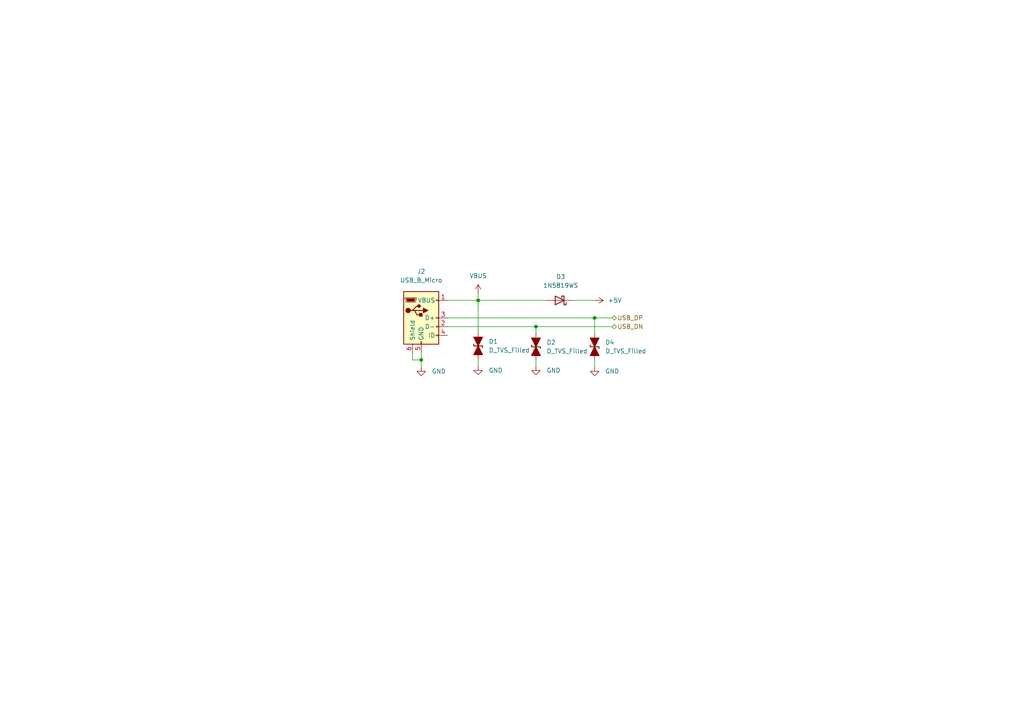
<source format=kicad_sch>
(kicad_sch (version 20211123) (generator eeschema)
  (paper "A4")
  (lib_symbols
    (symbol "Connector:USB_B_Micro" (pin_names (offset 1.016))
      (property "Reference" "J" (at -5.08 11.43 0))
      (property "Value" "USB_B_Micro" (at -5.08 8.89 0))
      (symbol "USB_B_Micro_0_1"
        (rectangle (start -5.08 -7.62) (end 5.08 7.62) (stroke (width 0.254)) (fill (type background)))
        (circle (center -3.81 2.159) (radius 0.635) (stroke (width 0.254)) (fill (type outline)))
        (circle (center -0.635 3.429) (radius 0.381) (stroke (width 0.254)) (fill (type outline)))
        (rectangle (start -0.127 -7.62) (end 0.127 -6.858))
        (polyline (pts (xy -1.905 2.159) (xy 0.635 2.159)) (stroke (width 0.254)))
        (polyline (pts (xy -3.175 2.159) (xy -2.54 2.159) (xy -1.27 3.429) (xy -0.635 3.429)) (stroke (width 0.254)))
        (polyline (pts (xy -2.54 2.159) (xy -1.905 2.159) (xy -1.27 0.889) (xy 0 0.889)) (stroke (width 0.254)))
        (polyline (pts (xy 0.635 2.794) (xy 0.635 1.524) (xy 1.905 2.159) (xy 0.635 2.794)) (stroke (width 0.254)) (fill (type outline)))
        (polyline (pts (xy -4.318 5.588) (xy -1.778 5.588) (xy -2.032 4.826) (xy -4.064 4.826) (xy -4.318 5.588)) (fill (type outline)))
        (polyline (pts (xy -4.699 5.842) (xy -4.699 5.588) (xy -4.445 4.826) (xy -4.445 4.572) (xy -1.651 4.572) (xy -1.651 4.826) (xy -1.397 5.588) (xy -1.397 5.842) (xy -4.699 5.842)))
        (rectangle (start 0.254 1.27) (end -0.508 0.508) (stroke (width 0.254)) (fill (type outline)))
        (rectangle (start 5.08 -5.207) (end 4.318 -4.953))
        (rectangle (start 5.08 -2.667) (end 4.318 -2.413))
        (rectangle (start 5.08 -0.127) (end 4.318 0.127))
        (rectangle (start 5.08 4.953) (end 4.318 5.207))
      )
      (symbol "USB_B_Micro_1_1"
        (pin power_out line (at 7.62 5.08 180) (length 2.54) (name "VBUS") (number "1"))
        (pin bidirectional line (at 7.62 -2.54 180) (length 2.54) (name "D-") (number "2"))
        (pin bidirectional line (at 7.62 0 180) (length 2.54) (name "D+") (number "3"))
        (pin passive line (at 7.62 -5.08 180) (length 2.54) (name "ID") (number "4"))
        (pin power_out line (at 0 -10.16 90) (length 2.54) (name "GND") (number "5"))
        (pin passive line (at -2.54 -10.16 90) (length 2.54) (name "Shield") (number "6"))
      )
    )
    (symbol "Device:D_TVS_Filled" (pin_numbers hide) (pin_names (offset 1.016) hide)
      (property "Reference" "D" (at 0 2.54 0))
      (property "Value" "D_TVS_Filled" (at 0 -2.54 0))
      (symbol "D_TVS_Filled_0_1"
        (polyline (pts (xy 1.27 0) (xy -1.27 0)))
        (polyline (pts (xy -2.54 -1.27) (xy 0 0) (xy -2.54 1.27) (xy -2.54 -1.27)) (stroke (width 0.254)) (fill (type outline)))
        (polyline (pts (xy 0.508 1.27) (xy 0 1.27) (xy 0 -1.27) (xy -0.508 -1.27)) (stroke (width 0.254)))
        (polyline (pts (xy 2.54 1.27) (xy 2.54 -1.27) (xy 0 0) (xy 2.54 1.27)) (stroke (width 0.254)) (fill (type outline)))
      )
      (symbol "D_TVS_Filled_1_1"
        (pin passive line (at -3.81 0 0) (length 2.54) (name "A1") (number "1"))
        (pin passive line (at 3.81 0 180) (length 2.54) (name "A2") (number "2"))
      )
    )
    (symbol "Diode:1N5819WS" (pin_numbers hide) (pin_names (offset 1.016) hide)
      (property "Reference" "D" (at 0 2.54 0))
      (property "Value" "1N5819WS" (at 0 -2.54 0))
      (symbol "1N5819WS_0_1"
        (polyline (pts (xy 1.27 0) (xy -1.27 0)))
        (polyline (pts (xy 1.27 1.27) (xy 1.27 -1.27) (xy -1.27 0) (xy 1.27 1.27)) (stroke (width 0.254)))
        (polyline (pts (xy -1.905 0.635) (xy -1.905 1.27) (xy -1.27 1.27) (xy -1.27 -1.27) (xy -0.635 -1.27) (xy -0.635 -0.635)) (stroke (width 0.254)))
      )
      (symbol "1N5819WS_1_1"
        (pin passive line (at -3.81 0 0) (length 2.54) (name "K") (number "1"))
        (pin passive line (at 3.81 0 180) (length 2.54) (name "A") (number "2"))
      )
    )
    (symbol "power:+5V" (power) (pin_names (offset 0))
      (property "Value" "+5V" (at 0 3.556 0))
      (symbol "+5V_0_1"
        (polyline (pts (xy -0.762 1.27) (xy 0 2.54)))
        (polyline (pts (xy 0 0) (xy 0 2.54)))
        (polyline (pts (xy 0 2.54) (xy 0.762 1.27)))
      )
      (symbol "+5V_1_1"
        (pin power_in line (at 0 0 90) (length 0) hide (name "+5V") (number "1"))
      )
    )
    (symbol "power:GND" (power) (pin_names (offset 0))
      (property "Value" "GND" (at 0 -3.81 0))
      (symbol "GND_0_1"
        (polyline (pts (xy 0 0) (xy 0 -1.27) (xy 1.27 -1.27) (xy 0 -2.54) (xy -1.27 -1.27) (xy 0 -1.27)))
      )
      (symbol "GND_1_1"
        (pin power_in line (at 0 0 270) (length 0) hide (name "GND") (number "1"))
      )
    )
    (symbol "power:VBUS" (power) (pin_names (offset 0))
      (property "Value" "VBUS" (at 0 3.81 0))
      (symbol "VBUS_0_1"
        (polyline (pts (xy -0.762 1.27) (xy 0 2.54)))
        (polyline (pts (xy 0 0) (xy 0 2.54)))
        (polyline (pts (xy 0 2.54) (xy 0.762 1.27)))
      )
      (symbol "VBUS_1_1"
        (pin power_in line (at 0 0 90) (length 0) hide (name "VBUS") (number "1"))
      )
    )
  )
  (junction (at 122.174 104.394))
  (junction (at 155.448 94.742))
  (junction (at 138.684 87.122))
  (junction (at 172.466 92.202))
  (wire (pts (xy 138.684 87.122) (xy 138.684 96.52)))
  (wire (pts (xy 166.116 87.122) (xy 172.466 87.122)))
  (wire (pts (xy 138.684 87.122) (xy 158.496 87.122)))
  (wire (pts (xy 122.174 102.362) (xy 122.174 104.394)))
  (wire (pts (xy 129.794 94.742) (xy 155.448 94.742)))
  (wire (pts (xy 155.448 94.742) (xy 177.546 94.742)))
  (wire (pts (xy 172.466 104.394) (xy 172.466 106.426)))
  (wire (pts (xy 172.466 92.202) (xy 177.546 92.202)))
  (wire (pts (xy 122.174 104.394) (xy 122.174 106.426)))
  (wire (pts (xy 138.684 104.14) (xy 138.684 106.172)))
  (wire (pts (xy 138.684 85.09) (xy 138.684 87.122)))
  (wire (pts (xy 129.794 87.122) (xy 138.684 87.122)))
  (wire (pts (xy 129.794 92.202) (xy 172.466 92.202)))
  (wire (pts (xy 172.466 92.202) (xy 172.466 96.774)))
  (wire (pts (xy 155.448 94.742) (xy 155.448 96.774)))
  (wire (pts (xy 155.448 104.394) (xy 155.448 106.172)))
  (wire (pts (xy 119.634 104.394) (xy 122.174 104.394)))
  (wire (pts (xy 119.634 102.362) (xy 119.634 104.394)))
  (hierarchical_label "USB_DP" (shape bidirectional) (at 177.546 92.202 0))
  (hierarchical_label "USB_DN" (shape bidirectional) (at 177.546 94.742 0))
  (symbol (lib_id "power:GND") (at 155.448 106.172 0) (unit 1)
    (property "Reference" "#PWR0102" (effects hide))
    (property "Value" "GND" (at 158.496 107.4419 0) (effects (justify left)))
  )
  (symbol (lib_id "Connector:USB_B_Micro") (at 122.174 92.202 0) (unit 1)
    (property "Reference" "J2" (at 122.174 78.74 0))
    (property "Value" "USB_B_Micro" (at 122.174 81.28 0))
    (property "Footprint" "Connector_USB:USB_Micro-B_Wuerth_629105150521" (effects hide))
  )
  (symbol (lib_id "power:+5V") (at 172.466 87.122 270) (unit 1)
    (property "Reference" "#PWR0106" (effects hide))
    (property "Value" "+5V" (at 176.276 87.1219 90) (effects (justify left)))
  )
  (symbol (lib_id "power:VBUS") (at 138.684 85.09 0) (unit 1)
    (property "Reference" "#PWR0105" (effects hide))
    (property "Value" "VBUS" (at 138.684 80.01 0))
  )
  (symbol (lib_id "power:GND") (at 172.466 106.426 0) (unit 1)
    (property "Reference" "#PWR0103" (effects hide))
    (property "Value" "GND" (at 175.514 107.6959 0) (effects (justify left)))
  )
  (symbol (lib_id "Diode:1N5819WS") (at 162.306 87.122 180) (unit 1)
    (property "Reference" "D3" (at 162.6235 80.264 0))
    (property "Value" "1N5819WS" (at 162.6235 82.804 0))
    (property "Footprint" "Diode_SMD:D_SOD-323" (effects hide))
    (property "Datasheet" "https://datasheet.lcsc.com/lcsc/2204281430_Guangdong-Hottech-1N5819WS_C191023.pdf" (effects hide))
  )
  (symbol (lib_id "Device:D_TVS_Filled") (at 138.684 100.33 90) (unit 1)
    (property "Reference" "D1" (at 141.732 99.0599 90) (effects (justify right)))
    (property "Value" "D_TVS_Filled" (at 141.732 101.5999 90) (effects (justify right)))
    (property "Footprint" "LESD5D5:TVS_LESD5D5.0CT1G" (effects hide))
  )
  (symbol (lib_id "power:GND") (at 122.174 106.426 0) (unit 1)
    (property "Reference" "#PWR0104" (effects hide))
    (property "Value" "GND" (at 125.222 107.6959 0) (effects (justify left)))
  )
  (symbol (lib_id "Device:D_TVS_Filled") (at 172.466 100.584 90) (unit 1)
    (property "Reference" "D4" (at 175.514 99.3139 90) (effects (justify right)))
    (property "Value" "D_TVS_Filled" (at 175.514 101.8539 90) (effects (justify right)))
    (property "Footprint" "LESD5D5:TVS_LESD5D5.0CT1G" (effects hide))
  )
  (symbol (lib_id "power:GND") (at 138.684 106.172 0) (unit 1)
    (property "Reference" "#PWR0101" (effects hide))
    (property "Value" "GND" (at 141.732 107.4419 0) (effects (justify left)))
  )
  (symbol (lib_id "Device:D_TVS_Filled") (at 155.448 100.584 90) (unit 1)
    (property "Reference" "D2" (at 158.496 99.3139 90) (effects (justify right)))
    (property "Value" "D_TVS_Filled" (at 158.496 101.8539 90) (effects (justify right)))
    (property "Footprint" "LESD5D5:TVS_LESD5D5.0CT1G" (effects hide))
  )
)
</source>
